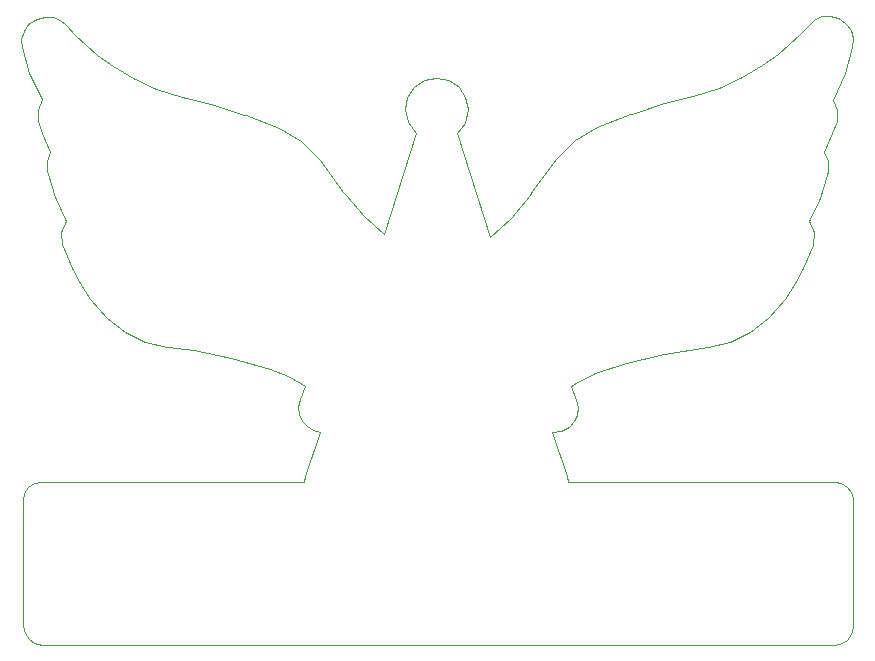
<source format=gbr>
G04 #@! TF.FileFunction,Profile,NP*
%FSLAX46Y46*%
G04 Gerber Fmt 4.6, Leading zero omitted, Abs format (unit mm)*
G04 Created by KiCad (PCBNEW 4.0.7) date 2018 August 25, Saturday 11:39:21*
%MOMM*%
%LPD*%
G01*
G04 APERTURE LIST*
%ADD10C,0.100000*%
G04 APERTURE END LIST*
D10*
X70118231Y54210475D02*
X70118231Y54210475D01*
X70683240Y53809407D02*
X70118231Y54210475D01*
X71069085Y53250254D02*
X70683240Y53809407D01*
X71251176Y52571659D02*
X71069085Y53250254D01*
X71204922Y51812264D02*
X71251176Y52571659D01*
X70558529Y49596730D02*
X71204922Y51812264D01*
X69518678Y47353092D02*
X70558529Y49596730D01*
X69898083Y46495919D02*
X69518678Y47353092D01*
X69855928Y45554434D02*
X69898083Y46495919D01*
X69513995Y44538005D02*
X69855928Y45554434D01*
X68806711Y42931391D02*
X69513995Y44538005D01*
X69139275Y42167899D02*
X68806711Y42931391D01*
X69106487Y41320094D02*
X69139275Y42167899D01*
X69031543Y41020318D02*
X69106487Y41320094D01*
X68417938Y39067088D02*
X69031543Y41020318D01*
X67495190Y37085754D02*
X68417938Y39067088D01*
X67935487Y36148953D02*
X67495190Y37085754D01*
X67869911Y35099736D02*
X67935487Y36148953D01*
X67036156Y33104350D02*
X67869911Y35099736D01*
X66352292Y31822103D02*
X67036156Y33104350D01*
X65471699Y30490675D02*
X66352292Y31822103D01*
X64074109Y28904554D02*
X65471699Y30490675D01*
X62525460Y27694324D02*
X64074109Y28904554D01*
X60829265Y26870525D02*
X62525460Y27694324D01*
X58989038Y26443695D02*
X60829265Y26870525D01*
X58951564Y26443695D02*
X58989038Y26443695D01*
X55248860Y25851168D02*
X58951564Y26443695D01*
X52037975Y25104069D02*
X55248860Y25851168D01*
X49445378Y24230502D02*
X52037975Y25104069D01*
X47597539Y23258571D02*
X49445378Y24230502D01*
X47560065Y23221099D02*
X47597539Y23258571D01*
X47410177Y23108683D02*
X47560065Y23221099D01*
X47822371Y21947050D02*
X47410177Y23108683D01*
X47944154Y21321150D02*
X47822371Y21947050D01*
X47869209Y20705789D02*
X47944154Y21321150D01*
X47611589Y20139609D02*
X47869209Y20705789D01*
X47185345Y19661255D02*
X47611589Y20139609D01*
X46534268Y19295903D02*
X47185345Y19661255D01*
X45798880Y19211591D02*
X46534268Y19295903D01*
X47035456Y15464388D02*
X45798880Y19211591D01*
X47147874Y14977250D02*
X47035456Y15464388D01*
X69706040Y14977250D02*
X47147874Y14977250D01*
X69706040Y14977250D02*
X69706040Y14977250D01*
X70262265Y14877715D02*
X69706040Y14977250D01*
X70727153Y14602530D02*
X70262265Y14877715D01*
X71065572Y14186825D02*
X70727153Y14602530D01*
X71242393Y13665730D02*
X71065572Y14186825D01*
X71279866Y13440897D02*
X71242393Y13665730D01*
X71279866Y2686422D02*
X71279866Y13440897D01*
X71279866Y2686422D02*
X71279866Y2686422D01*
X71118268Y2110289D02*
X71279866Y2686422D01*
X70773994Y1646573D02*
X71118268Y2110289D01*
X70289199Y1337429D02*
X70773994Y1646573D01*
X69706040Y1225013D02*
X70289199Y1337429D01*
X4167446Y1225013D02*
X69706040Y1225013D01*
X2556148Y1225013D02*
X4167446Y1225013D01*
X1946642Y1349724D02*
X2556148Y1225013D01*
X1446039Y1688729D02*
X1946642Y1349724D01*
X1107034Y2189332D02*
X1446039Y1688729D01*
X982322Y2798839D02*
X1107034Y2189332D01*
X982322Y13403424D02*
X982322Y2798839D01*
X982322Y13403424D02*
X982322Y13403424D01*
X982322Y13440897D02*
X982322Y13403424D01*
X1101179Y14050403D02*
X982322Y13440897D01*
X1427303Y14551006D02*
X1101179Y14050403D01*
X1915025Y14890012D02*
X1427303Y14551006D01*
X2518676Y15014724D02*
X1915025Y14890012D01*
X2518676Y15014724D02*
X2518676Y15014724D01*
X2518676Y15014724D02*
X2518676Y15014724D01*
X24739594Y15014724D02*
X2518676Y15014724D01*
X24852010Y15501859D02*
X24739594Y15014724D01*
X26088587Y19249063D02*
X24852010Y15501859D01*
X25535875Y19389583D02*
X26088587Y19249063D01*
X25039370Y19698727D02*
X25535875Y19389583D01*
X24613126Y20177081D02*
X25039370Y19698727D01*
X24355506Y20743261D02*
X24613126Y20177081D01*
X24280562Y21358622D02*
X24355506Y20743261D01*
X24402346Y21984522D02*
X24280562Y21358622D01*
X24814538Y23146155D02*
X24402346Y21984522D01*
X24627178Y23258571D02*
X24814538Y23146155D01*
X24589706Y23296043D02*
X24627178Y23258571D01*
X23374865Y23981518D02*
X24589706Y23296043D01*
X21904015Y24578290D02*
X23374865Y23981518D01*
X18589496Y25516262D02*
X21904015Y24578290D01*
X15436575Y26131038D02*
X18589496Y25516262D01*
X13235679Y26443695D02*
X15436575Y26131038D01*
X13160734Y26443695D02*
X13235679Y26443695D01*
X11320506Y26886333D02*
X13160734Y26443695D01*
X9624311Y27708376D02*
X11320506Y26886333D01*
X8075662Y28909823D02*
X9624311Y27708376D01*
X6678072Y30490675D02*
X8075662Y28909823D01*
X5781671Y31822689D02*
X6678072Y30490675D01*
X5099562Y33109034D02*
X5781671Y31822689D01*
X4279862Y35137208D02*
X5099562Y33109034D01*
X4214286Y36186425D02*
X4279862Y35137208D01*
X4654582Y37123226D02*
X4214286Y36186425D01*
X3699045Y39118612D02*
X4654582Y37123226D01*
X3080757Y41057790D02*
X3699045Y39118612D01*
X3005812Y41357566D02*
X3080757Y41057790D01*
X3001128Y42191319D02*
X3005812Y41357566D01*
X3305589Y42968864D02*
X3001128Y42191319D01*
X2598304Y44561425D02*
X3305589Y42968864D01*
X2256372Y45591906D02*
X2598304Y44561425D01*
X2214216Y46533391D02*
X2256372Y45591906D01*
X2593620Y47390564D02*
X2214216Y46533391D01*
X1520983Y49648254D02*
X2593620Y47390564D01*
X869906Y51849736D02*
X1520983Y49648254D01*
X845315Y52544140D02*
X869906Y51849736D01*
X1038531Y53189362D02*
X845315Y52544140D01*
X1428474Y53736219D02*
X1038531Y53189362D01*
X1994067Y54135531D02*
X1428474Y53736219D01*
X2143956Y54210475D02*
X1994067Y54135531D01*
X2809670Y54401934D02*
X2143956Y54210475D01*
X3478897Y54365047D02*
X2809670Y54401934D01*
X4098942Y54110354D02*
X3478897Y54365047D01*
X4617110Y53648394D02*
X4098942Y54110354D01*
X5366551Y52847429D02*
X4617110Y53648394D01*
X7240153Y51175240D02*
X5366551Y52847429D01*
X8590902Y50197454D02*
X7240153Y51175240D01*
X10261335Y49198590D02*
X8590902Y50197454D01*
X12219835Y48298090D02*
X10261335Y49198590D01*
X14434784Y47615396D02*
X12219835Y48298090D01*
X16875150Y46973688D02*
X14434784Y47615396D01*
X19680869Y46079043D02*
X16875150Y46973688D01*
X19830757Y46041571D02*
X19680869Y46079043D01*
X22641160Y44954882D02*
X19830757Y46041571D01*
X24491342Y43835404D02*
X22641160Y44954882D01*
X26088587Y42294367D02*
X24491342Y43835404D01*
X28074605Y39558908D02*
X26088587Y42294367D01*
X28336910Y39334076D02*
X28074605Y39558908D01*
X29817056Y37511998D02*
X28336910Y39334076D01*
X31522034Y35999065D02*
X29817056Y37511998D01*
X34257492Y44542689D02*
X31522034Y35999065D01*
X33578310Y45442018D02*
X34257492Y44542689D01*
X33320690Y46566179D02*
X33578310Y45442018D01*
X33530884Y47598417D02*
X33320690Y46566179D01*
X34102919Y48444465D02*
X33530884Y47598417D01*
X34948967Y49016499D02*
X34102919Y48444465D01*
X35981204Y49226694D02*
X34948967Y49016499D01*
X37013443Y49016499D02*
X35981204Y49226694D01*
X37859492Y48444465D02*
X37013443Y49016499D01*
X38431527Y47598417D02*
X37859492Y48444465D01*
X38641722Y46566179D02*
X38431527Y47598417D01*
X38384101Y45427966D02*
X38641722Y46566179D01*
X37704919Y44542689D02*
X38384101Y45427966D01*
X40477851Y35774232D02*
X37704919Y44542689D01*
X42328032Y37338690D02*
X40477851Y35774232D01*
X43925277Y39296604D02*
X42328032Y37338690D01*
X44112639Y39596380D02*
X43925277Y39296604D01*
X46098656Y42369311D02*
X44112639Y39596380D01*
X47695902Y43910349D02*
X46098656Y42369311D01*
X49546083Y45029826D02*
X47695902Y43910349D01*
X52356485Y46116515D02*
X49546083Y45029826D01*
X52506374Y46153987D02*
X52356485Y46116515D01*
X55279305Y47048632D02*
X52506374Y46153987D01*
X57714988Y47690340D02*
X55279305Y47048632D01*
X59929351Y48373034D02*
X57714988Y47690340D01*
X61883752Y49273534D02*
X59929351Y48373034D01*
X63543060Y50272398D02*
X61883752Y49273534D01*
X64872146Y51250184D02*
X63543060Y50272398D01*
X66787905Y52950478D02*
X64872146Y51250184D01*
X67495190Y53723338D02*
X66787905Y52950478D01*
X68013358Y54185298D02*
X67495190Y53723338D01*
X68633403Y54439991D02*
X68013358Y54185298D01*
X69302630Y54476878D02*
X68633403Y54439991D01*
X69968343Y54285419D02*
X69302630Y54476878D01*
X70118231Y54210475D02*
X69968343Y54285419D01*
M02*

</source>
